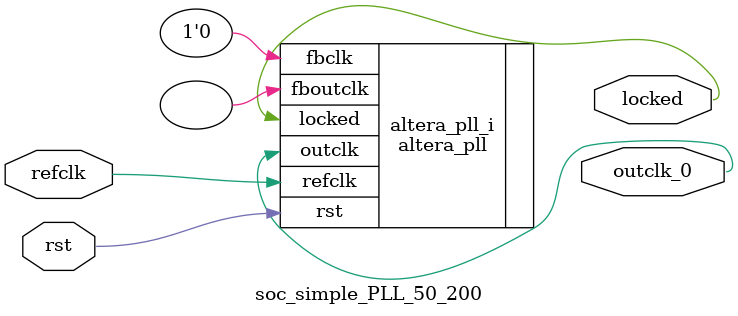
<source format=v>
`timescale 1ns/10ps
module  soc_simple_PLL_50_200(

	// interface 'refclk'
	input wire refclk,

	// interface 'reset'
	input wire rst,

	// interface 'outclk0'
	output wire outclk_0,

	// interface 'locked'
	output wire locked
);

	altera_pll #(
		.fractional_vco_multiplier("false"),
		.reference_clock_frequency("50.0 MHz"),
		.operation_mode("direct"),
		.number_of_clocks(1),
		.output_clock_frequency0("200.000000 MHz"),
		.phase_shift0("0 ps"),
		.duty_cycle0(50),
		.output_clock_frequency1("0 MHz"),
		.phase_shift1("0 ps"),
		.duty_cycle1(50),
		.output_clock_frequency2("0 MHz"),
		.phase_shift2("0 ps"),
		.duty_cycle2(50),
		.output_clock_frequency3("0 MHz"),
		.phase_shift3("0 ps"),
		.duty_cycle3(50),
		.output_clock_frequency4("0 MHz"),
		.phase_shift4("0 ps"),
		.duty_cycle4(50),
		.output_clock_frequency5("0 MHz"),
		.phase_shift5("0 ps"),
		.duty_cycle5(50),
		.output_clock_frequency6("0 MHz"),
		.phase_shift6("0 ps"),
		.duty_cycle6(50),
		.output_clock_frequency7("0 MHz"),
		.phase_shift7("0 ps"),
		.duty_cycle7(50),
		.output_clock_frequency8("0 MHz"),
		.phase_shift8("0 ps"),
		.duty_cycle8(50),
		.output_clock_frequency9("0 MHz"),
		.phase_shift9("0 ps"),
		.duty_cycle9(50),
		.output_clock_frequency10("0 MHz"),
		.phase_shift10("0 ps"),
		.duty_cycle10(50),
		.output_clock_frequency11("0 MHz"),
		.phase_shift11("0 ps"),
		.duty_cycle11(50),
		.output_clock_frequency12("0 MHz"),
		.phase_shift12("0 ps"),
		.duty_cycle12(50),
		.output_clock_frequency13("0 MHz"),
		.phase_shift13("0 ps"),
		.duty_cycle13(50),
		.output_clock_frequency14("0 MHz"),
		.phase_shift14("0 ps"),
		.duty_cycle14(50),
		.output_clock_frequency15("0 MHz"),
		.phase_shift15("0 ps"),
		.duty_cycle15(50),
		.output_clock_frequency16("0 MHz"),
		.phase_shift16("0 ps"),
		.duty_cycle16(50),
		.output_clock_frequency17("0 MHz"),
		.phase_shift17("0 ps"),
		.duty_cycle17(50),
		.pll_type("General"),
		.pll_subtype("General")
	) altera_pll_i (
		.rst	(rst),
		.outclk	({outclk_0}),
		.locked	(locked),
		.fboutclk	( ),
		.fbclk	(1'b0),
		.refclk	(refclk)
	);
endmodule


</source>
